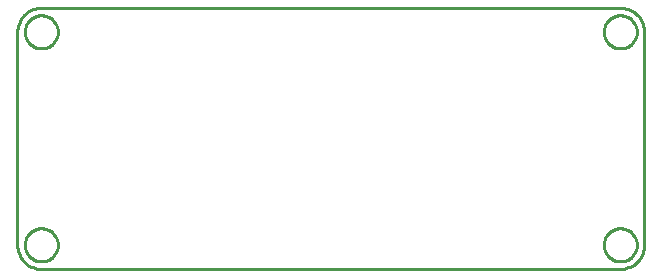
<source format=gbr>
G04 EAGLE Gerber RS-274X export*
G75*
%MOMM*%
%FSLAX34Y34*%
%LPD*%
%IN*%
%IPPOS*%
%AMOC8*
5,1,8,0,0,1.08239X$1,22.5*%
G01*
%ADD10C,0.254000*%


D10*
X0Y20320D02*
X77Y18549D01*
X309Y16791D01*
X692Y15061D01*
X1225Y13370D01*
X1904Y11732D01*
X2722Y10160D01*
X3675Y8665D01*
X4754Y7259D01*
X5952Y5952D01*
X7259Y4754D01*
X8665Y3675D01*
X10160Y2722D01*
X11732Y1904D01*
X13370Y1225D01*
X15061Y692D01*
X16791Y309D01*
X18549Y77D01*
X20320Y0D01*
X510540Y0D01*
X512311Y77D01*
X514069Y309D01*
X515799Y692D01*
X517490Y1225D01*
X519128Y1904D01*
X520700Y2722D01*
X522195Y3675D01*
X523601Y4754D01*
X524908Y5952D01*
X526106Y7259D01*
X527185Y8665D01*
X528138Y10160D01*
X528956Y11732D01*
X529635Y13370D01*
X530168Y15061D01*
X530551Y16791D01*
X530783Y18549D01*
X530860Y20320D01*
X530860Y200660D01*
X530783Y202431D01*
X530551Y204189D01*
X530168Y205919D01*
X529635Y207610D01*
X528956Y209248D01*
X528138Y210820D01*
X527185Y212315D01*
X526106Y213721D01*
X524908Y215028D01*
X523601Y216226D01*
X522195Y217305D01*
X520700Y218258D01*
X519128Y219076D01*
X517490Y219755D01*
X515799Y220288D01*
X514069Y220671D01*
X512311Y220903D01*
X510540Y220980D01*
X20320Y220980D01*
X18549Y220903D01*
X16791Y220671D01*
X15061Y220288D01*
X13370Y219755D01*
X11732Y219076D01*
X10160Y218258D01*
X8665Y217305D01*
X7259Y216226D01*
X5952Y215028D01*
X4754Y213721D01*
X3675Y212315D01*
X2722Y210820D01*
X1904Y209248D01*
X1225Y207610D01*
X692Y205919D01*
X309Y204189D01*
X77Y202431D01*
X0Y200660D01*
X0Y20320D01*
X34290Y200161D02*
X34219Y199166D01*
X34077Y198178D01*
X33865Y197203D01*
X33584Y196245D01*
X33235Y195311D01*
X32820Y194403D01*
X32342Y193527D01*
X31803Y192688D01*
X31205Y191889D01*
X30551Y191135D01*
X29845Y190429D01*
X29091Y189775D01*
X28293Y189177D01*
X27453Y188638D01*
X26577Y188160D01*
X25670Y187745D01*
X24735Y187396D01*
X23777Y187115D01*
X22802Y186903D01*
X21814Y186761D01*
X20819Y186690D01*
X19821Y186690D01*
X18826Y186761D01*
X17838Y186903D01*
X16863Y187115D01*
X15905Y187396D01*
X14971Y187745D01*
X14063Y188160D01*
X13187Y188638D01*
X12348Y189177D01*
X11549Y189775D01*
X10795Y190429D01*
X10089Y191135D01*
X9435Y191889D01*
X8837Y192688D01*
X8298Y193527D01*
X7820Y194403D01*
X7405Y195311D01*
X7056Y196245D01*
X6775Y197203D01*
X6563Y198178D01*
X6421Y199166D01*
X6350Y200161D01*
X6350Y201159D01*
X6421Y202154D01*
X6563Y203142D01*
X6775Y204117D01*
X7056Y205075D01*
X7405Y206010D01*
X7820Y206917D01*
X8298Y207793D01*
X8837Y208633D01*
X9435Y209431D01*
X10089Y210185D01*
X10795Y210891D01*
X11549Y211545D01*
X12348Y212143D01*
X13187Y212682D01*
X14063Y213160D01*
X14971Y213575D01*
X15905Y213924D01*
X16863Y214205D01*
X17838Y214417D01*
X18826Y214559D01*
X19821Y214630D01*
X20819Y214630D01*
X21814Y214559D01*
X22802Y214417D01*
X23777Y214205D01*
X24735Y213924D01*
X25670Y213575D01*
X26577Y213160D01*
X27453Y212682D01*
X28293Y212143D01*
X29091Y211545D01*
X29845Y210891D01*
X30551Y210185D01*
X31205Y209431D01*
X31803Y208633D01*
X32342Y207793D01*
X32820Y206917D01*
X33235Y206010D01*
X33584Y205075D01*
X33865Y204117D01*
X34077Y203142D01*
X34219Y202154D01*
X34290Y201159D01*
X34290Y200161D01*
X34290Y19821D02*
X34219Y18826D01*
X34077Y17838D01*
X33865Y16863D01*
X33584Y15905D01*
X33235Y14971D01*
X32820Y14063D01*
X32342Y13187D01*
X31803Y12348D01*
X31205Y11549D01*
X30551Y10795D01*
X29845Y10089D01*
X29091Y9435D01*
X28293Y8837D01*
X27453Y8298D01*
X26577Y7820D01*
X25670Y7405D01*
X24735Y7056D01*
X23777Y6775D01*
X22802Y6563D01*
X21814Y6421D01*
X20819Y6350D01*
X19821Y6350D01*
X18826Y6421D01*
X17838Y6563D01*
X16863Y6775D01*
X15905Y7056D01*
X14971Y7405D01*
X14063Y7820D01*
X13187Y8298D01*
X12348Y8837D01*
X11549Y9435D01*
X10795Y10089D01*
X10089Y10795D01*
X9435Y11549D01*
X8837Y12348D01*
X8298Y13187D01*
X7820Y14063D01*
X7405Y14971D01*
X7056Y15905D01*
X6775Y16863D01*
X6563Y17838D01*
X6421Y18826D01*
X6350Y19821D01*
X6350Y20819D01*
X6421Y21814D01*
X6563Y22802D01*
X6775Y23777D01*
X7056Y24735D01*
X7405Y25670D01*
X7820Y26577D01*
X8298Y27453D01*
X8837Y28293D01*
X9435Y29091D01*
X10089Y29845D01*
X10795Y30551D01*
X11549Y31205D01*
X12348Y31803D01*
X13187Y32342D01*
X14063Y32820D01*
X14971Y33235D01*
X15905Y33584D01*
X16863Y33865D01*
X17838Y34077D01*
X18826Y34219D01*
X19821Y34290D01*
X20819Y34290D01*
X21814Y34219D01*
X22802Y34077D01*
X23777Y33865D01*
X24735Y33584D01*
X25670Y33235D01*
X26577Y32820D01*
X27453Y32342D01*
X28293Y31803D01*
X29091Y31205D01*
X29845Y30551D01*
X30551Y29845D01*
X31205Y29091D01*
X31803Y28293D01*
X32342Y27453D01*
X32820Y26577D01*
X33235Y25670D01*
X33584Y24735D01*
X33865Y23777D01*
X34077Y22802D01*
X34219Y21814D01*
X34290Y20819D01*
X34290Y19821D01*
X524510Y19821D02*
X524439Y18826D01*
X524297Y17838D01*
X524085Y16863D01*
X523804Y15905D01*
X523455Y14971D01*
X523040Y14063D01*
X522562Y13187D01*
X522023Y12348D01*
X521425Y11549D01*
X520771Y10795D01*
X520065Y10089D01*
X519311Y9435D01*
X518513Y8837D01*
X517673Y8298D01*
X516797Y7820D01*
X515890Y7405D01*
X514955Y7056D01*
X513997Y6775D01*
X513022Y6563D01*
X512034Y6421D01*
X511039Y6350D01*
X510041Y6350D01*
X509046Y6421D01*
X508058Y6563D01*
X507083Y6775D01*
X506125Y7056D01*
X505191Y7405D01*
X504283Y7820D01*
X503407Y8298D01*
X502568Y8837D01*
X501769Y9435D01*
X501015Y10089D01*
X500309Y10795D01*
X499655Y11549D01*
X499057Y12348D01*
X498518Y13187D01*
X498040Y14063D01*
X497625Y14971D01*
X497276Y15905D01*
X496995Y16863D01*
X496783Y17838D01*
X496641Y18826D01*
X496570Y19821D01*
X496570Y20819D01*
X496641Y21814D01*
X496783Y22802D01*
X496995Y23777D01*
X497276Y24735D01*
X497625Y25670D01*
X498040Y26577D01*
X498518Y27453D01*
X499057Y28293D01*
X499655Y29091D01*
X500309Y29845D01*
X501015Y30551D01*
X501769Y31205D01*
X502568Y31803D01*
X503407Y32342D01*
X504283Y32820D01*
X505191Y33235D01*
X506125Y33584D01*
X507083Y33865D01*
X508058Y34077D01*
X509046Y34219D01*
X510041Y34290D01*
X511039Y34290D01*
X512034Y34219D01*
X513022Y34077D01*
X513997Y33865D01*
X514955Y33584D01*
X515890Y33235D01*
X516797Y32820D01*
X517673Y32342D01*
X518513Y31803D01*
X519311Y31205D01*
X520065Y30551D01*
X520771Y29845D01*
X521425Y29091D01*
X522023Y28293D01*
X522562Y27453D01*
X523040Y26577D01*
X523455Y25670D01*
X523804Y24735D01*
X524085Y23777D01*
X524297Y22802D01*
X524439Y21814D01*
X524510Y20819D01*
X524510Y19821D01*
X524510Y200161D02*
X524439Y199166D01*
X524297Y198178D01*
X524085Y197203D01*
X523804Y196245D01*
X523455Y195311D01*
X523040Y194403D01*
X522562Y193527D01*
X522023Y192688D01*
X521425Y191889D01*
X520771Y191135D01*
X520065Y190429D01*
X519311Y189775D01*
X518513Y189177D01*
X517673Y188638D01*
X516797Y188160D01*
X515890Y187745D01*
X514955Y187396D01*
X513997Y187115D01*
X513022Y186903D01*
X512034Y186761D01*
X511039Y186690D01*
X510041Y186690D01*
X509046Y186761D01*
X508058Y186903D01*
X507083Y187115D01*
X506125Y187396D01*
X505191Y187745D01*
X504283Y188160D01*
X503407Y188638D01*
X502568Y189177D01*
X501769Y189775D01*
X501015Y190429D01*
X500309Y191135D01*
X499655Y191889D01*
X499057Y192688D01*
X498518Y193527D01*
X498040Y194403D01*
X497625Y195311D01*
X497276Y196245D01*
X496995Y197203D01*
X496783Y198178D01*
X496641Y199166D01*
X496570Y200161D01*
X496570Y201159D01*
X496641Y202154D01*
X496783Y203142D01*
X496995Y204117D01*
X497276Y205075D01*
X497625Y206010D01*
X498040Y206917D01*
X498518Y207793D01*
X499057Y208633D01*
X499655Y209431D01*
X500309Y210185D01*
X501015Y210891D01*
X501769Y211545D01*
X502568Y212143D01*
X503407Y212682D01*
X504283Y213160D01*
X505191Y213575D01*
X506125Y213924D01*
X507083Y214205D01*
X508058Y214417D01*
X509046Y214559D01*
X510041Y214630D01*
X511039Y214630D01*
X512034Y214559D01*
X513022Y214417D01*
X513997Y214205D01*
X514955Y213924D01*
X515890Y213575D01*
X516797Y213160D01*
X517673Y212682D01*
X518513Y212143D01*
X519311Y211545D01*
X520065Y210891D01*
X520771Y210185D01*
X521425Y209431D01*
X522023Y208633D01*
X522562Y207793D01*
X523040Y206917D01*
X523455Y206010D01*
X523804Y205075D01*
X524085Y204117D01*
X524297Y203142D01*
X524439Y202154D01*
X524510Y201159D01*
X524510Y200161D01*
M02*

</source>
